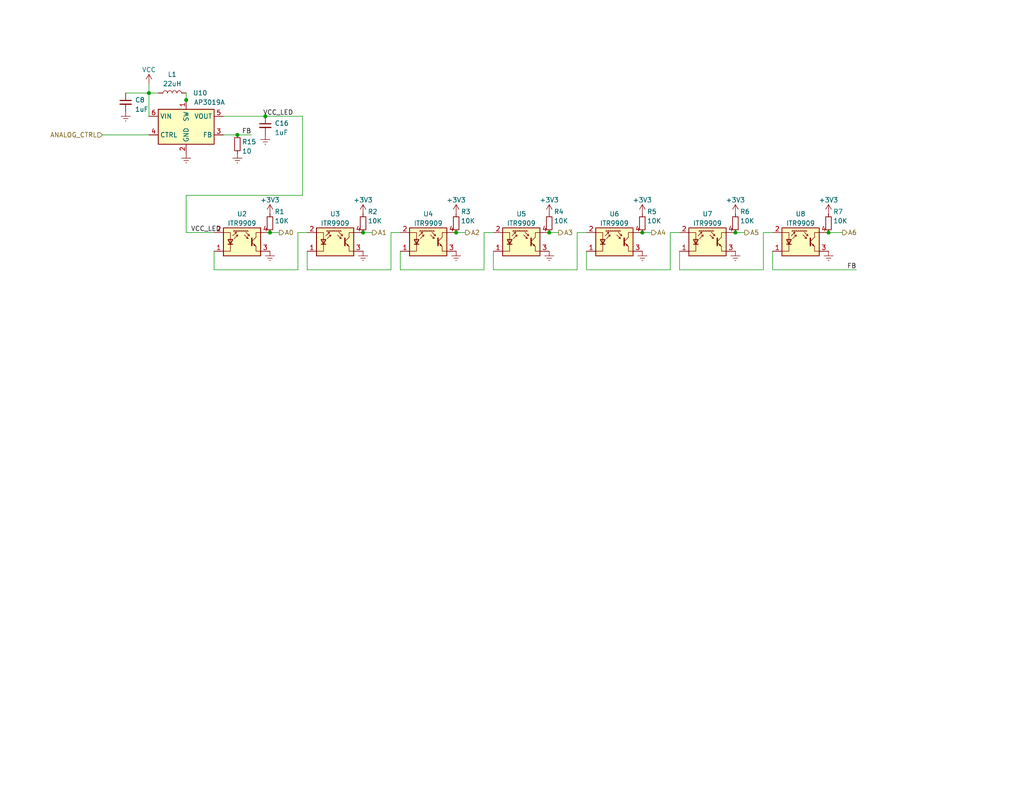
<source format=kicad_sch>
(kicad_sch (version 20230121) (generator eeschema)
  (paper "USLetter")
  (title_block (title "Yozh mainboard") (date "2023-10-28") (rev "4.02") (company "Alexander Kirillov") (comment 1 "shurik179@gmail.com"))
  (lib_symbols
    (symbol "Device:C_Small" (pin_numbers hide) (pin_names (offset 0.254) hide)
      (property "Reference" "C" (at 0.254 1.778 0))
      (property "Value" "C_Small" (at 0.254 -2.032 0))
      (symbol "C_Small_0_1"
        (polyline (pts (xy -1.524 -0.508) (xy 1.524 -0.508)) (stroke (width 0.3302)))
        (polyline (pts (xy -1.524 0.508) (xy 1.524 0.508)) (stroke (width 0.3048)))
      )
      (symbol "C_Small_1_1"
        (pin passive line (at 0 2.54 270) (length 2.032) (name "~") (number "1"))
        (pin passive line (at 0 -2.54 90) (length 2.032) (name "~") (number "2"))
      )
    )
    (symbol "Device:L" (pin_numbers hide) (pin_names (offset 1.016) hide)
      (property "Reference" "L" (at -1.27 0 90))
      (property "Value" "L" (at 1.905 0 90))
      (symbol "L_0_1"
        (arc (start 0 -2.54) (mid 0.6323 -1.905) (end 0 -1.27))
        (arc (start 0 -1.27) (mid 0.6323 -0.635) (end 0 0))
        (arc (start 0 0) (mid 0.6323 0.635) (end 0 1.27))
        (arc (start 0 1.27) (mid 0.6323 1.905) (end 0 2.54))
      )
      (symbol "L_1_1"
        (pin passive line (at 0 3.81 270) (length 1.27) (name "1") (number "1"))
        (pin passive line (at 0 -3.81 90) (length 1.27) (name "2") (number "2"))
      )
    )
    (symbol "Device:R_Small" (pin_numbers hide) (pin_names (offset 0.254) hide)
      (property "Reference" "R" (at 0.762 0.508 0))
      (property "Value" "R_Small" (at 0.762 -1.016 0))
      (symbol "R_Small_0_1"
        (rectangle (start -0.762 1.778) (end 0.762 -1.778) (stroke (width 0.2032)))
      )
      (symbol "R_Small_1_1"
        (pin passive line (at 0 2.54 270) (length 0.762) (name "~") (number "1"))
        (pin passive line (at 0 -2.54 90) (length 0.762) (name "~") (number "2"))
      )
    )
    (symbol "power:+3.3V" (power) (pin_names (offset 0))
      (property "Value" "+3.3V" (at 0 3.556 0))
      (symbol "+3.3V_0_1"
        (polyline (pts (xy -0.762 1.27) (xy 0 2.54)))
        (polyline (pts (xy 0 0) (xy 0 2.54)))
        (polyline (pts (xy 0 2.54) (xy 0.762 1.27)))
      )
      (symbol "+3.3V_1_1"
        (pin power_in line (at 0 0 90) (length 0) hide (name "+3V3") (number "1"))
      )
    )
    (symbol "power:GNDREF" (power) (pin_names (offset 0))
      (property "Value" "GNDREF" (at 0 -3.81 0))
      (symbol "GNDREF_0_1"
        (polyline (pts (xy -0.635 -1.905) (xy 0.635 -1.905)))
        (polyline (pts (xy -0.127 -2.54) (xy 0.127 -2.54)))
        (polyline (pts (xy 0 -1.27) (xy 0 0)))
        (polyline (pts (xy 1.27 -1.27) (xy -1.27 -1.27)))
      )
      (symbol "GNDREF_1_1"
        (pin power_in line (at 0 0 270) (length 0) hide (name "GNDREF") (number "1"))
      )
    )
    (symbol "power:VCC" (power) (pin_names (offset 0))
      (property "Value" "VCC" (at 0 3.81 0))
      (symbol "VCC_0_1"
        (polyline (pts (xy -0.762 1.27) (xy 0 2.54)))
        (polyline (pts (xy 0 0) (xy 0 2.54)))
        (polyline (pts (xy 0 2.54) (xy 0.762 1.27)))
      )
      (symbol "VCC_1_1"
        (pin power_in line (at 0 0 90) (length 0) hide (name "VCC") (number "1"))
      )
    )
    (symbol "shurik-personal:AP3019A"
      (property "Reference" "U" (at -7.62 5.08 0))
      (property "Value" "AP3019A" (at 0 5.715 0))
      (symbol "AP3019A_0_1"
        (rectangle (start -7.62 4.445) (end 7.62 -5.08) (stroke (width 0.254)) (fill (type background)))
      )
      (symbol "AP3019A_1_1"
        (pin passive line (at 0 6.985 270) (length 2.54) (name "SW") (number "1"))
        (pin power_in line (at 0 -7.62 90) (length 2.54) (name "GND") (number "2"))
        (pin input line (at 10.16 -2.54 180) (length 2.54) (name "FB") (number "3"))
        (pin input line (at -10.16 -2.54 0) (length 2.54) (name "CTRL") (number "4"))
        (pin power_out line (at 10.16 2.54 180) (length 2.54) (name "VOUT") (number "5"))
        (pin power_in line (at -10.16 2.54 0) (length 2.54) (name "VIN") (number "6"))
      )
    )
    (symbol "shurik-personal:ITR9909" (pin_names (offset 0.0254) hide)
      (property "Reference" "U" (at -3.81 5.08 0))
      (property "Value" "ITR9909" (at 12.7 5.08 0))
      (symbol "ITR9909_0_1"
        (polyline (pts (xy -3.81 -0.635) (xy -2.54 -0.635)) (stroke (width 0.254)))
        (polyline (pts (xy -2.286 2.921) (xy -2.032 3.175)))
        (polyline (pts (xy -1.778 2.921) (xy -1.524 3.175)))
        (polyline (pts (xy -1.524 2.667) (xy -1.651 2.159)))
        (polyline (pts (xy -1.27 2.921) (xy -1.016 3.175)))
        (polyline (pts (xy -1.143 1.905) (xy -1.27 1.397)))
        (polyline (pts (xy -0.762 2.921) (xy -0.508 3.175)))
        (polyline (pts (xy -0.254 2.921) (xy 0 3.175)))
        (polyline (pts (xy 0.254 2.921) (xy 0.508 3.175)))
        (polyline (pts (xy 0.762 2.921) (xy 1.016 3.175)))
        (polyline (pts (xy 1.27 2.921) (xy 1.524 3.175)))
        (polyline (pts (xy 1.651 0.889) (xy 1.143 1.016)))
        (polyline (pts (xy 1.778 2.921) (xy -2.413 2.921)))
        (polyline (pts (xy 2.032 1.651) (xy 1.524 1.778)))
        (polyline (pts (xy 2.667 -0.127) (xy 3.81 -1.27)))
        (polyline (pts (xy 2.667 0.127) (xy 3.81 1.27)))
        (polyline (pts (xy -2.54 1.651) (xy -1.524 2.667) (xy -2.032 2.54)))
        (polyline (pts (xy -2.159 0.889) (xy -1.143 1.905) (xy -1.651 1.778)))
        (polyline (pts (xy 0.635 1.905) (xy 1.651 0.889) (xy 1.524 1.397)))
        (polyline (pts (xy 1.016 2.667) (xy 2.032 1.651) (xy 1.905 2.159)))
        (polyline (pts (xy 2.667 1.016) (xy 2.667 -1.016) (xy 2.667 -1.016)) (stroke (width 0.3556)))
        (polyline (pts (xy 3.81 -1.27) (xy 3.81 -2.54) (xy 5.08 -2.54)))
        (polyline (pts (xy 3.81 1.27) (xy 3.81 2.54) (xy 5.08 2.54)))
        (polyline (pts (xy -5.08 -2.54) (xy -3.175 -2.54) (xy -3.175 2.54) (xy -5.08 2.54)))
        (polyline (pts (xy -3.175 -0.635) (xy -3.81 0.635) (xy -2.54 0.635) (xy -3.175 -0.635)) (stroke (width 0.254)))
        (polyline (pts (xy 3.683 -1.143) (xy 3.429 -0.635) (xy 3.175 -0.889) (xy 3.683 -1.143)))
        (polyline (pts (xy -5.08 -3.81) (xy 5.08 -3.81) (xy 5.08 3.81) (xy -5.08 3.81) (xy -5.08 -3.81)) (stroke (width 0.254)) (fill (type background)))
      )
      (symbol "ITR9909_1_1"
        (pin passive line (at -7.62 -2.54 0) (length 2.54) (name "K") (number "1"))
        (pin passive line (at -7.62 2.54 0) (length 2.54) (name "A") (number "2"))
        (pin open_emitter line (at 7.62 -2.54 180) (length 2.54) (name "E") (number "3"))
        (pin open_collector line (at 7.62 2.54 180) (length 2.54) (name "C") (number "4"))
      )
    )
  )
  (junction (at 73.66 63.5) (diameter 0.9144))
  (junction (at 149.86 63.5) (diameter 0.9144))
  (junction (at 124.46 63.5) (diameter 0.9144))
  (junction (at 99.06 63.5) (diameter 0.9144))
  (junction (at 175.26 63.5) (diameter 0.9144))
  (junction (at 50.8 27.305) (diameter 0.9144))
  (junction (at 200.66 63.5) (diameter 0.9144))
  (junction (at 64.77 36.83) (diameter 0.9144))
  (junction (at 40.64 25.4) (diameter 0.9144))
  (junction (at 226.06 63.5) (diameter 0.9144))
  (junction (at 72.39 31.75) (diameter 0.9144))
  (wire (pts (xy 40.64 31.75) (xy 40.64 25.4)))
  (wire (pts (xy 58.42 68.58) (xy 58.42 73.66)))
  (wire (pts (xy 182.88 63.5) (xy 182.88 73.66)))
  (wire (pts (xy 132.08 63.5) (xy 132.08 73.66)))
  (wire (pts (xy 81.28 63.5) (xy 83.82 63.5)))
  (wire (pts (xy 160.02 73.66) (xy 182.88 73.66)))
  (wire (pts (xy 226.06 63.5) (xy 229.87 63.5)))
  (wire (pts (xy 50.8 25.4) (xy 50.8 27.305)))
  (wire (pts (xy 99.06 63.5) (xy 101.6 63.5)))
  (wire (pts (xy 185.42 63.5) (xy 182.88 63.5)))
  (wire (pts (xy 60.96 36.83) (xy 64.77 36.83)))
  (wire (pts (xy 210.82 63.5) (xy 208.28 63.5)))
  (wire (pts (xy 109.22 63.5) (xy 106.68 63.5)))
  (wire (pts (xy 149.86 63.5) (xy 152.4 63.5)))
  (wire (pts (xy 72.39 31.75) (xy 82.55 31.75)))
  (wire (pts (xy 208.28 63.5) (xy 208.28 73.66)))
  (wire (pts (xy 27.94 36.83) (xy 40.64 36.83)))
  (wire (pts (xy 83.82 68.58) (xy 83.82 73.66)))
  (wire (pts (xy 134.62 73.66) (xy 157.48 73.66)))
  (wire (pts (xy 185.42 68.58) (xy 185.42 73.66)))
  (wire (pts (xy 58.42 73.66) (xy 81.28 73.66)))
  (wire (pts (xy 40.64 25.4) (xy 43.18 25.4)))
  (wire (pts (xy 134.62 68.58) (xy 134.62 73.66)))
  (wire (pts (xy 160.02 68.58) (xy 160.02 73.66)))
  (wire (pts (xy 34.29 25.4) (xy 40.64 25.4)))
  (wire (pts (xy 134.62 63.5) (xy 132.08 63.5)))
  (wire (pts (xy 157.48 63.5) (xy 157.48 73.66)))
  (wire (pts (xy 109.22 73.66) (xy 132.08 73.66)))
  (wire (pts (xy 160.02 63.5) (xy 157.48 63.5)))
  (wire (pts (xy 124.46 63.5) (xy 127 63.5)))
  (wire (pts (xy 50.8 27.305) (xy 50.8 27.94)))
  (wire (pts (xy 82.55 53.34) (xy 50.8 53.34)))
  (wire (pts (xy 106.68 63.5) (xy 106.68 73.66)))
  (wire (pts (xy 73.66 63.5) (xy 76.2 63.5)))
  (wire (pts (xy 210.82 73.66) (xy 233.68 73.66)))
  (wire (pts (xy 83.82 73.66) (xy 106.68 73.66)))
  (wire (pts (xy 81.28 73.66) (xy 81.28 63.5)))
  (wire (pts (xy 40.64 22.86) (xy 40.64 25.4)))
  (wire (pts (xy 50.8 63.5) (xy 58.42 63.5)))
  (wire (pts (xy 64.77 36.83) (xy 68.58 36.83)))
  (wire (pts (xy 200.66 63.5) (xy 203.2 63.5)))
  (wire (pts (xy 109.22 68.58) (xy 109.22 73.66)))
  (wire (pts (xy 185.42 73.66) (xy 208.28 73.66)))
  (wire (pts (xy 60.96 31.75) (xy 72.39 31.75)))
  (wire (pts (xy 210.82 68.58) (xy 210.82 73.66)))
  (wire (pts (xy 175.26 63.5) (xy 177.8 63.5)))
  (wire (pts (xy 82.55 31.75) (xy 82.55 53.34)))
  (wire (pts (xy 50.8 53.34) (xy 50.8 63.5)))
  (label "FB" (at 233.68 73.66 180))
  (label "VCC_LED" (at 52.07 63.5 0))
  (label "FB" (at 68.58 36.83 180))
  (label "VCC_LED" (at 80.01 31.75 180))
  (hierarchical_label "A2" (shape output) (at 127 63.5 0))
  (hierarchical_label "A1" (shape output) (at 101.6 63.5 0))
  (hierarchical_label "A4" (shape output) (at 177.8 63.5 0))
  (hierarchical_label "A3" (shape output) (at 152.4 63.5 0))
  (hierarchical_label "A6" (shape output) (at 229.87 63.5 0))
  (hierarchical_label "A5" (shape output) (at 203.2 63.5 0))
  (hierarchical_label "A0" (shape output) (at 76.2 63.5 0))
  (hierarchical_label "ANALOG_CTRL" (shape input) (at 27.94 36.83 180))
  (symbol (lib_id "power:+3.3V") (at 124.46 58.42 0) (unit 1)
    (property "Reference" "#PWR03" (effects hide))
    (property "Value" "+3.3V" (at 124.46 54.61 0))
  )
  (symbol (lib_id "shurik-personal:ITR9909") (at 193.04 66.04 0) (unit 1)
    (property "Reference" "U7" (at 193.04 58.42 0))
    (property "Value" "ITR9909" (at 193.04 60.96 0))
    (property "Footprint" "shurik-personal:Everlight_ITR9909" (effects hide))
    (property "Datasheet" "https://everlighteurope.com/index.php?controller=attachment&id_attachment=5381" (effects hide))
    (property "LCSC" "C53399" (effects hide))
  )
  (symbol (lib_id "power:+3.3V") (at 226.06 58.42 0) (unit 1)
    (property "Reference" "#PWR07" (effects hide))
    (property "Value" "+3.3V" (at 226.06 54.61 0))
  )
  (symbol (lib_id "shurik-personal:ITR9909") (at 142.24 66.04 0) (unit 1)
    (property "Reference" "U5" (at 142.24 58.42 0))
    (property "Value" "ITR9909" (at 142.24 60.96 0))
    (property "Footprint" "shurik-personal:Everlight_ITR9909" (effects hide))
    (property "Datasheet" "https://everlighteurope.com/index.php?controller=attachment&id_attachment=5381" (effects hide))
    (property "LCSC" "C53399" (effects hide))
  )
  (symbol (lib_id "power:+3.3V") (at 73.66 58.42 0) (unit 1)
    (property "Reference" "#PWR01" (effects hide))
    (property "Value" "+3.3V" (at 73.66 54.61 0))
  )
  (symbol (lib_id "power:GNDREF") (at 72.39 36.83 0) (unit 1)
    (property "Reference" "#PWR043" (effects hide))
    (property "Value" "GNDREF" (effects hide))
    (instances (project "mainboard_dual_battery" (path "" (reference "#PWR043") (unit 1)) (path "" (reference "#PWR041") (unit 1))))
  )
  (symbol (lib_id "power:GNDREF") (at 34.29 30.48 0) (unit 1)
    (property "Reference" "#PWR041" (effects hide))
    (property "Value" "GNDREF" (effects hide))
    (instances (project "mainboard_dual_battery" (path "" (reference "#PWR041") (unit 1)) (path "" (reference "#PWR034") (unit 1))))
  )
  (symbol (lib_id "power:GNDREF") (at 124.46 68.58 0) (unit 1)
    (property "Reference" "#PWR018" (effects hide))
    (property "Value" "GNDREF" (effects hide))
  )
  (symbol (lib_id "power:GNDREF") (at 149.86 68.58 0) (unit 1)
    (property "Reference" "#PWR019" (effects hide))
    (property "Value" "GNDREF" (effects hide))
  )
  (symbol (lib_id "Device:R_Small") (at 200.66 60.96 0) (unit 1)
    (property "Reference" "R6" (at 201.93 57.7849 0) (effects (justify left)))
    (property "Value" "10K" (at 201.93 60.3249 0) (effects (justify left)))
    (property "Footprint" "Resistor_SMD:R_0603_1608Metric" (effects hide))
    (property "LCSC" "C25804" (effects hide))
  )
  (symbol (lib_id "Device:R_Small") (at 124.46 60.96 0) (unit 1)
    (property "Reference" "R3" (at 125.73 57.7849 0) (effects (justify left)))
    (property "Value" "10K" (at 125.73 60.3249 0) (effects (justify left)))
    (property "Footprint" "Resistor_SMD:R_0603_1608Metric" (effects hide))
    (property "LCSC" "C25804" (effects hide))
  )
  (symbol (lib_id "shurik-personal:AP3019A") (at 50.8 34.29 0) (unit 1)
    (property "Reference" "U10" (at 54.61 25.4 0))
    (property "Value" "AP3019A" (at 57.15 27.94 0))
    (property "Footprint" "Package_TO_SOT_SMD:TSOT-23-6" (effects hide))
    (property "Datasheet" "https://www.diodes.com/assets/Datasheets/AP3019A.pdf" (effects hide))
    (property "LCSC" "C44956" (effects hide))
  )
  (symbol (lib_id "Device:R_Small") (at 73.66 60.96 0) (unit 1)
    (property "Reference" "R1" (at 74.93 57.7849 0) (effects (justify left)))
    (property "Value" "10K" (at 74.93 60.3249 0) (effects (justify left)))
    (property "Footprint" "Resistor_SMD:R_0603_1608Metric" (effects hide))
    (property "LCSC" "C25804" (effects hide))
  )
  (symbol (lib_id "power:GNDREF") (at 64.77 41.91 0) (unit 1)
    (property "Reference" "#PWR049" (effects hide))
    (property "Value" "GNDREF" (effects hide))
    (instances (project "mainboard_dual_battery" (path "" (reference "#PWR049") (unit 1)) (path "" (reference "#PWR048") (unit 1))))
  )
  (symbol (lib_id "Device:R_Small") (at 175.26 60.96 0) (unit 1)
    (property "Reference" "R5" (at 176.53 57.7849 0) (effects (justify left)))
    (property "Value" "10K" (at 176.53 60.3249 0) (effects (justify left)))
    (property "Footprint" "Resistor_SMD:R_0603_1608Metric" (effects hide))
    (property "LCSC" "C25804" (effects hide))
  )
  (symbol (lib_id "power:GNDREF") (at 50.8 41.91 0) (unit 1)
    (property "Reference" "#PWR048" (effects hide))
    (property "Value" "GNDREF" (effects hide))
    (instances (project "mainboard_dual_battery" (path "" (reference "#PWR048") (unit 1)) (path "" (reference "#PWR043") (unit 1))))
  )
  (symbol (lib_id "Device:R_Small") (at 149.86 60.96 0) (unit 1)
    (property "Reference" "R4" (at 151.13 57.7849 0) (effects (justify left)))
    (property "Value" "10K" (at 151.13 60.3249 0) (effects (justify left)))
    (property "Footprint" "Resistor_SMD:R_0603_1608Metric" (effects hide))
    (property "LCSC" "C25804" (effects hide))
  )
  (symbol (lib_id "power:GNDREF") (at 175.26 68.58 0) (unit 1)
    (property "Reference" "#PWR020" (effects hide))
    (property "Value" "GNDREF" (effects hide))
  )
  (symbol (lib_id "Device:C_Small") (at 72.39 34.29 0) (unit 1)
    (property "Reference" "C16" (at 74.93 33.6549 0) (effects (justify left)))
    (property "Value" "1uF" (at 74.93 36.1949 0) (effects (justify left)))
    (property "Footprint" "Capacitor_SMD:C_0603_1608Metric" (effects hide))
    (property "LCSC" "C15849" (effects hide))
  )
  (symbol (lib_id "Device:R_Small") (at 64.77 39.37 0) (unit 1)
    (property "Reference" "R15" (at 66.04 38.7349 0) (effects (justify left)))
    (property "Value" "10" (at 66.04 41.2749 0) (effects (justify left)))
    (property "Footprint" "Resistor_SMD:R_0603_1608Metric" (effects hide))
    (property "LCSC" "C319921" (effects hide))
  )
  (symbol (lib_id "power:VCC") (at 40.64 22.86 0) (unit 1)
    (property "Reference" "#PWR034" (effects hide))
    (property "Value" "VCC" (at 40.64 19.05 0))
    (instances (project "mainboard_dual_battery" (path "" (reference "#PWR034") (unit 1)) (path "" (reference "#PWR027") (unit 1))))
  )
  (symbol (lib_id "power:+3.3V") (at 200.66 58.42 0) (unit 1)
    (property "Reference" "#PWR06" (effects hide))
    (property "Value" "+3.3V" (at 200.66 54.61 0))
  )
  (symbol (lib_id "power:+3.3V") (at 149.86 58.42 0) (unit 1)
    (property "Reference" "#PWR04" (effects hide))
    (property "Value" "+3.3V" (at 149.86 54.61 0))
  )
  (symbol (lib_id "shurik-personal:ITR9909") (at 218.44 66.04 0) (unit 1)
    (property "Reference" "U8" (at 218.44 58.42 0))
    (property "Value" "ITR9909" (at 218.44 60.96 0))
    (property "Footprint" "shurik-personal:Everlight_ITR9909" (effects hide))
    (property "Datasheet" "https://everlighteurope.com/index.php?controller=attachment&id_attachment=5381" (effects hide))
    (property "LCSC" "C53399" (effects hide))
  )
  (symbol (lib_id "Device:C_Small") (at 34.29 27.94 0) (unit 1)
    (property "Reference" "C8" (at 36.83 27.3049 0) (effects (justify left)))
    (property "Value" "1uF" (at 36.83 29.8449 0) (effects (justify left)))
    (property "Footprint" "Capacitor_SMD:C_0603_1608Metric" (effects hide))
    (property "LCSC" "C15849" (effects hide))
  )
  (symbol (lib_id "power:GNDREF") (at 226.06 68.58 0) (unit 1)
    (property "Reference" "#PWR022" (effects hide))
    (property "Value" "GNDREF" (effects hide))
  )
  (symbol (lib_id "Device:L") (at 46.99 25.4 90) (unit 1)
    (property "Reference" "L1" (at 46.99 20.32 90))
    (property "Value" "22uH" (at 46.99 22.86 90))
    (property "Footprint" "Inductor_SMD:L_Taiyo-Yuden_NR-40xx" (effects hide))
    (property "LCSC" "C2880384" (effects hide))
  )
  (symbol (lib_id "shurik-personal:ITR9909") (at 167.64 66.04 0) (unit 1)
    (property "Reference" "U6" (at 167.64 58.42 0))
    (property "Value" "ITR9909" (at 167.64 60.96 0))
    (property "Footprint" "shurik-personal:Everlight_ITR9909" (effects hide))
    (property "Datasheet" "https://everlighteurope.com/index.php?controller=attachment&id_attachment=5381" (effects hide))
    (property "LCSC" "C53399" (effects hide))
  )
  (symbol (lib_id "power:+3.3V") (at 175.26 58.42 0) (unit 1)
    (property "Reference" "#PWR05" (effects hide))
    (property "Value" "+3.3V" (at 175.26 54.61 0))
  )
  (symbol (lib_id "power:GNDREF") (at 200.66 68.58 0) (unit 1)
    (property "Reference" "#PWR021" (effects hide))
    (property "Value" "GNDREF" (effects hide))
  )
  (symbol (lib_id "shurik-personal:ITR9909") (at 91.44 66.04 0) (unit 1)
    (property "Reference" "U3" (at 91.44 58.42 0))
    (property "Value" "ITR9909" (at 91.44 60.96 0))
    (property "Footprint" "shurik-personal:Everlight_ITR9909" (effects hide))
    (property "Datasheet" "https://everlighteurope.com/index.php?controller=attachment&id_attachment=5381" (effects hide))
    (property "LCSC" "C53399" (effects hide))
  )
  (symbol (lib_id "power:GNDREF") (at 99.06 68.58 0) (unit 1)
    (property "Reference" "#PWR017" (effects hide))
    (property "Value" "GNDREF" (effects hide))
  )
  (symbol (lib_id "power:+3.3V") (at 99.06 58.42 0) (unit 1)
    (property "Reference" "#PWR02" (effects hide))
    (property "Value" "+3.3V" (at 99.06 54.61 0))
  )
  (symbol (lib_id "shurik-personal:ITR9909") (at 116.84 66.04 0) (unit 1)
    (property "Reference" "U4" (at 116.84 58.42 0))
    (property "Value" "ITR9909" (at 116.84 60.96 0))
    (property "Footprint" "shurik-personal:Everlight_ITR9909" (effects hide))
    (property "Datasheet" "https://everlighteurope.com/index.php?controller=attachment&id_attachment=5381" (effects hide))
    (property "LCSC" "C53399" (effects hide))
  )
  (symbol (lib_id "shurik-personal:ITR9909") (at 66.04 66.04 0) (unit 1)
    (property "Reference" "U2" (at 66.04 58.42 0))
    (property "Value" "ITR9909" (at 66.04 60.96 0))
    (property "Footprint" "shurik-personal:Everlight_ITR9909" (effects hide))
    (property "Datasheet" "https://everlighteurope.com/index.php?controller=attachment&id_attachment=5381" (effects hide))
    (property "LCSC" "C53399" (effects hide))
  )
  (symbol (lib_id "Device:R_Small") (at 226.06 60.96 0) (unit 1)
    (property "Reference" "R7" (at 227.33 57.7849 0) (effects (justify left)))
    (property "Value" "10K" (at 227.33 60.3249 0) (effects (justify left)))
    (property "Footprint" "Resistor_SMD:R_0603_1608Metric" (effects hide))
    (property "LCSC" "C25804" (effects hide))
  )
  (symbol (lib_id "power:GNDREF") (at 73.66 68.58 0) (unit 1)
    (property "Reference" "#PWR016" (effects hide))
    (property "Value" "GNDREF" (effects hide))
  )
  (symbol (lib_id "Device:R_Small") (at 99.06 60.96 0) (unit 1)
    (property "Reference" "R2" (at 100.33 57.7849 0) (effects (justify left)))
    (property "Value" "10K" (at 100.33 60.3249 0) (effects (justify left)))
    (property "Footprint" "Resistor_SMD:R_0603_1608Metric" (effects hide))
    (property "LCSC" "C25804" (effects hide))
  )
)
</source>
